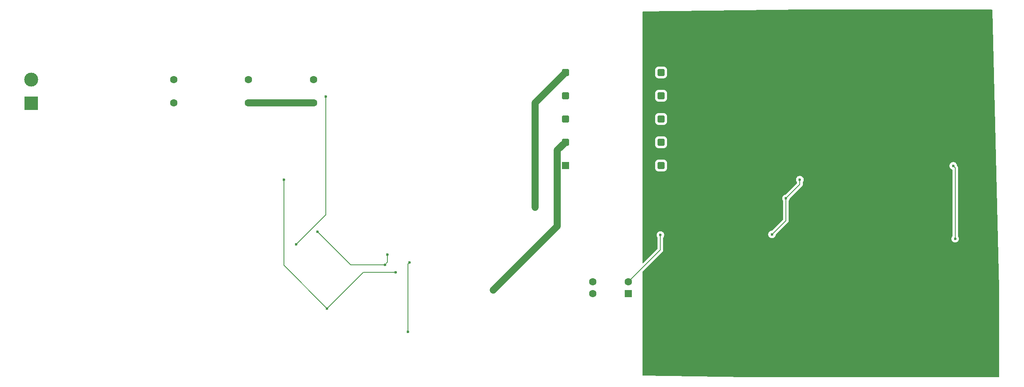
<source format=gbr>
%TF.GenerationSoftware,KiCad,Pcbnew,9.0.1*%
%TF.CreationDate,2025-04-24T14:38:40+02:00*%
%TF.ProjectId,flyback,666c7962-6163-46b2-9e6b-696361645f70,rev?*%
%TF.SameCoordinates,Original*%
%TF.FileFunction,Copper,L2,Bot*%
%TF.FilePolarity,Positive*%
%FSLAX46Y46*%
G04 Gerber Fmt 4.6, Leading zero omitted, Abs format (unit mm)*
G04 Created by KiCad (PCBNEW 9.0.1) date 2025-04-24 14:38:41*
%MOMM*%
%LPD*%
G01*
G04 APERTURE LIST*
G04 Aperture macros list*
%AMRoundRect*
0 Rectangle with rounded corners*
0 $1 Rounding radius*
0 $2 $3 $4 $5 $6 $7 $8 $9 X,Y pos of 4 corners*
0 Add a 4 corners polygon primitive as box body*
4,1,4,$2,$3,$4,$5,$6,$7,$8,$9,$2,$3,0*
0 Add four circle primitives for the rounded corners*
1,1,$1+$1,$2,$3*
1,1,$1+$1,$4,$5*
1,1,$1+$1,$6,$7*
1,1,$1+$1,$8,$9*
0 Add four rect primitives between the rounded corners*
20,1,$1+$1,$2,$3,$4,$5,0*
20,1,$1+$1,$4,$5,$6,$7,0*
20,1,$1+$1,$6,$7,$8,$9,0*
20,1,$1+$1,$8,$9,$2,$3,0*%
G04 Aperture macros list end*
%TA.AperFunction,ComponentPad*%
%ADD10C,1.600000*%
%TD*%
%TA.AperFunction,ComponentPad*%
%ADD11RoundRect,0.250000X0.550000X0.550000X-0.550000X0.550000X-0.550000X-0.550000X0.550000X-0.550000X0*%
%TD*%
%TA.AperFunction,ComponentPad*%
%ADD12RoundRect,0.225000X-0.525000X-0.525000X0.525000X-0.525000X0.525000X0.525000X-0.525000X0.525000X0*%
%TD*%
%TA.AperFunction,ComponentPad*%
%ADD13R,1.500000X1.500000*%
%TD*%
%TA.AperFunction,ComponentPad*%
%ADD14R,3.000000X3.000000*%
%TD*%
%TA.AperFunction,ComponentPad*%
%ADD15C,3.000000*%
%TD*%
%TA.AperFunction,ViaPad*%
%ADD16C,0.600000*%
%TD*%
%TA.AperFunction,Conductor*%
%ADD17C,1.500000*%
%TD*%
%TA.AperFunction,Conductor*%
%ADD18C,0.200000*%
%TD*%
G04 APERTURE END LIST*
D10*
%TO.P,U2,4*%
%TO.N,VREF*%
X159880000Y-104540000D03*
%TO.P,U2,3*%
%TO.N,VSENSE*%
X159880000Y-102000000D03*
%TO.P,U2,2*%
%TO.N,Net-(D3-A)*%
X167500000Y-102000000D03*
D11*
%TO.P,U2,1*%
%TO.N,Net-(R11-Pad1)*%
X167500000Y-104540000D03*
%TD*%
D12*
%TO.P,U4,10,pri_d*%
%TO.N,SW*%
X154000000Y-57000000D03*
%TO.P,U4,9,9*%
%TO.N,unconnected-(U4-Pad9)*%
X154000000Y-62000000D03*
%TO.P,U4,8,pri*%
%TO.N,VBULK*%
X154000000Y-67000000D03*
%TO.P,U4,7,aux_d*%
%TO.N,Vaux*%
X154000000Y-72000000D03*
D13*
%TO.P,U4,6,aux*%
%TO.N,GND*%
X154000000Y-77000000D03*
D12*
%TO.P,U4,5,5*%
%TO.N,unconnected-(U4-Pad5)*%
X174500000Y-77000000D03*
%TO.P,U4,4,sec*%
%TO.N,GNDS*%
X174500000Y-72000000D03*
%TO.P,U4,3,3*%
%TO.N,unconnected-(U4-Pad3)*%
X174500000Y-67000000D03*
%TO.P,U4,2,sec_d*%
%TO.N,Net-(D4-A)*%
X174500000Y-62000000D03*
%TO.P,U4,1,1*%
%TO.N,unconnected-(U4-Pad1)*%
X174500000Y-57000000D03*
%TD*%
D14*
%TO.P,J1,1,Pin_1*%
%TO.N,/Vline*%
X39500000Y-63580000D03*
D15*
%TO.P,J1,2,Pin_2*%
%TO.N,Net-(J1-Pin_2)*%
X39500000Y-58500000D03*
%TD*%
D10*
%TO.P,C8,1*%
%TO.N,VBULK*%
X100000000Y-63500000D03*
%TO.P,C8,2*%
%TO.N,GND*%
X100000000Y-58500000D03*
%TD*%
%TO.P,C7,1*%
%TO.N,VBULK*%
X86000000Y-63500000D03*
%TO.P,C7,2*%
%TO.N,GND*%
X86000000Y-58500000D03*
%TD*%
%TO.P,C6,1*%
%TO.N,VBULK*%
X70000000Y-63500000D03*
%TO.P,C6,2*%
%TO.N,GND*%
X70000000Y-58500000D03*
%TD*%
D16*
%TO.N,Vaux*%
X138495000Y-103792400D03*
%TO.N,SW*%
X147462600Y-85970000D03*
%TO.N,Net-(D3-A)*%
X174365400Y-91910800D03*
X198279000Y-91800000D03*
X201268200Y-84048400D03*
X204257400Y-80029200D03*
%TO.N,VSENSE*%
X120559800Y-97851600D03*
X120250900Y-112703600D03*
%TO.N,VREF*%
X117570600Y-99920900D03*
X102916900Y-107689500D03*
X93657000Y-80029200D03*
%TO.N,Net-(Q1-G)*%
X96263800Y-93965900D03*
X102639900Y-62191500D03*
%TO.N,Net-(U3-REF)*%
X237553100Y-92723500D03*
X237138600Y-77058800D03*
%TO.N,VCC*%
X115296200Y-98324900D03*
X115840400Y-96121300D03*
X100877100Y-91250400D03*
%TO.N,VOUT*%
X234497500Y-56266000D03*
X191965100Y-53295600D03*
X197664400Y-95571000D03*
X236334000Y-91164700D03*
X222994100Y-56266000D03*
X221623000Y-86010800D03*
X206475500Y-56266000D03*
X226172500Y-82184100D03*
%TD*%
D17*
%TO.N,Vaux*%
X152277000Y-90010400D02*
X138495000Y-103792400D01*
X152277000Y-73723000D02*
X152277000Y-90010400D01*
X154000000Y-72000000D02*
X152277000Y-73723000D01*
%TO.N,SW*%
X147462600Y-63537400D02*
X154000000Y-57000000D01*
X147462600Y-85970000D02*
X147462600Y-63537400D01*
D18*
%TO.N,Net-(D3-A)*%
X174365400Y-95134600D02*
X174365400Y-91910800D01*
X167500000Y-102000000D02*
X174365400Y-95134600D01*
X201268200Y-88810800D02*
X201268200Y-84048400D01*
X198279000Y-91800000D02*
X201268200Y-88810800D01*
X204257400Y-81059200D02*
X204257400Y-80029200D01*
X201268200Y-84048400D02*
X204257400Y-81059200D01*
D17*
%TO.N,VBULK*%
X100000000Y-63500000D02*
X86000000Y-63500000D01*
D18*
%TO.N,VSENSE*%
X120250900Y-98160500D02*
X120250900Y-112703600D01*
X120559800Y-97851600D02*
X120250900Y-98160500D01*
%TO.N,VREF*%
X110685500Y-99920900D02*
X102916900Y-107689500D01*
X117570600Y-99920900D02*
X110685500Y-99920900D01*
X93657000Y-98429600D02*
X93657000Y-80029200D01*
X102916900Y-107689500D02*
X93657000Y-98429600D01*
%TO.N,Net-(Q1-G)*%
X102639900Y-87589800D02*
X102639900Y-62191500D01*
X96263800Y-93965900D02*
X102639900Y-87589800D01*
%TO.N,Net-(U3-REF)*%
X237553100Y-77473300D02*
X237138600Y-77058800D01*
X237553100Y-92723500D02*
X237553100Y-77473300D01*
%TO.N,VCC*%
X115840400Y-97780700D02*
X115840400Y-96121300D01*
X115296200Y-98324900D02*
X115840400Y-97780700D01*
X107951600Y-98324900D02*
X115296200Y-98324900D01*
X100877100Y-91250400D02*
X107951600Y-98324900D01*
%TD*%
%TA.AperFunction,Conductor*%
%TO.N,VOUT*%
G36*
X245458516Y-43520185D02*
G01*
X245504271Y-43572989D01*
X245515439Y-43621420D01*
X246999462Y-103353376D01*
X246999500Y-103356414D01*
X246999500Y-122375500D01*
X246979815Y-122442539D01*
X246927011Y-122488294D01*
X246875500Y-122499500D01*
X192807097Y-122499500D01*
X192804829Y-122499479D01*
X170621732Y-122093690D01*
X170555064Y-122072783D01*
X170510282Y-122019151D01*
X170500000Y-121969711D01*
X170500000Y-99900596D01*
X170519685Y-99833557D01*
X170536316Y-99812918D01*
X174845920Y-95503316D01*
X174924977Y-95366385D01*
X174965901Y-95213657D01*
X174965901Y-95055542D01*
X174965901Y-95047947D01*
X174965900Y-95047929D01*
X174965900Y-92490565D01*
X174985585Y-92423526D01*
X174986798Y-92421674D01*
X175074790Y-92289985D01*
X175074790Y-92289984D01*
X175074794Y-92289979D01*
X175135137Y-92144297D01*
X175165900Y-91989642D01*
X175165900Y-91831958D01*
X175165900Y-91831955D01*
X175147461Y-91739258D01*
X175147461Y-91739257D01*
X175143860Y-91721153D01*
X197478500Y-91721153D01*
X197478500Y-91878846D01*
X197509261Y-92033489D01*
X197509264Y-92033501D01*
X197569602Y-92179172D01*
X197569609Y-92179185D01*
X197657210Y-92310288D01*
X197657213Y-92310292D01*
X197768707Y-92421786D01*
X197768711Y-92421789D01*
X197899814Y-92509390D01*
X197899827Y-92509397D01*
X198045498Y-92569735D01*
X198045503Y-92569737D01*
X198200153Y-92600499D01*
X198200156Y-92600500D01*
X198200158Y-92600500D01*
X198357844Y-92600500D01*
X198357845Y-92600499D01*
X198512497Y-92569737D01*
X198658179Y-92509394D01*
X198789289Y-92421789D01*
X198900789Y-92310289D01*
X198988394Y-92179179D01*
X199048737Y-92033497D01*
X199068113Y-91936085D01*
X199079638Y-91878150D01*
X199112023Y-91816239D01*
X199113519Y-91814715D01*
X201636913Y-89291321D01*
X201636916Y-89291320D01*
X201748720Y-89179516D01*
X201798839Y-89092704D01*
X201827777Y-89042585D01*
X201868700Y-88889857D01*
X201868700Y-88731743D01*
X201868700Y-84628165D01*
X201888385Y-84561126D01*
X201889598Y-84559274D01*
X201977590Y-84427585D01*
X201977590Y-84427584D01*
X201977594Y-84427579D01*
X202037937Y-84281897D01*
X202057313Y-84184485D01*
X202068838Y-84126550D01*
X202101223Y-84064639D01*
X202102719Y-84063115D01*
X204626113Y-81539721D01*
X204626116Y-81539720D01*
X204737920Y-81427916D01*
X204788039Y-81341104D01*
X204816977Y-81290985D01*
X204857900Y-81138257D01*
X204857900Y-80980143D01*
X204857900Y-80608965D01*
X204877585Y-80541926D01*
X204878798Y-80540074D01*
X204966790Y-80408385D01*
X204966790Y-80408384D01*
X204966794Y-80408379D01*
X205027137Y-80262697D01*
X205057900Y-80108042D01*
X205057900Y-79950358D01*
X205057900Y-79950355D01*
X205057899Y-79950353D01*
X205027138Y-79795710D01*
X205027137Y-79795703D01*
X205027135Y-79795698D01*
X204966797Y-79650027D01*
X204966790Y-79650014D01*
X204879189Y-79518911D01*
X204879186Y-79518907D01*
X204767692Y-79407413D01*
X204767688Y-79407410D01*
X204636585Y-79319809D01*
X204636572Y-79319802D01*
X204490901Y-79259464D01*
X204490889Y-79259461D01*
X204336245Y-79228700D01*
X204336242Y-79228700D01*
X204178558Y-79228700D01*
X204178555Y-79228700D01*
X204023910Y-79259461D01*
X204023898Y-79259464D01*
X203878227Y-79319802D01*
X203878214Y-79319809D01*
X203747111Y-79407410D01*
X203747107Y-79407413D01*
X203635613Y-79518907D01*
X203635610Y-79518911D01*
X203548009Y-79650014D01*
X203548002Y-79650027D01*
X203487664Y-79795698D01*
X203487661Y-79795710D01*
X203456900Y-79950353D01*
X203456900Y-80108046D01*
X203487661Y-80262689D01*
X203487664Y-80262701D01*
X203548002Y-80408372D01*
X203548009Y-80408385D01*
X203636002Y-80540074D01*
X203641652Y-80558120D01*
X203651877Y-80574030D01*
X203656328Y-80604989D01*
X203656880Y-80606751D01*
X203656900Y-80608965D01*
X203656900Y-80759103D01*
X203637215Y-80826142D01*
X203620581Y-80846784D01*
X201253539Y-83213825D01*
X201192216Y-83247310D01*
X201190050Y-83247761D01*
X201034708Y-83278661D01*
X201034698Y-83278664D01*
X200889027Y-83339002D01*
X200889014Y-83339009D01*
X200757911Y-83426610D01*
X200757907Y-83426613D01*
X200646413Y-83538107D01*
X200646410Y-83538111D01*
X200558809Y-83669214D01*
X200558802Y-83669227D01*
X200498464Y-83814898D01*
X200498461Y-83814910D01*
X200467700Y-83969553D01*
X200467700Y-84127246D01*
X200498461Y-84281889D01*
X200498464Y-84281901D01*
X200558802Y-84427572D01*
X200558809Y-84427585D01*
X200646802Y-84559274D01*
X200667680Y-84625951D01*
X200667700Y-84628165D01*
X200667700Y-88510703D01*
X200648015Y-88577742D01*
X200631381Y-88598384D01*
X198264339Y-90965425D01*
X198203016Y-90998910D01*
X198200850Y-90999361D01*
X198045508Y-91030261D01*
X198045498Y-91030264D01*
X197899827Y-91090602D01*
X197899814Y-91090609D01*
X197768711Y-91178210D01*
X197768707Y-91178213D01*
X197657213Y-91289707D01*
X197657210Y-91289711D01*
X197569609Y-91420814D01*
X197569602Y-91420827D01*
X197509264Y-91566498D01*
X197509261Y-91566510D01*
X197478500Y-91721153D01*
X175143860Y-91721153D01*
X175135138Y-91677310D01*
X175135137Y-91677303D01*
X175135135Y-91677298D01*
X175074797Y-91531627D01*
X175074790Y-91531614D01*
X174987189Y-91400511D01*
X174987186Y-91400507D01*
X174875692Y-91289013D01*
X174875688Y-91289010D01*
X174744585Y-91201409D01*
X174744572Y-91201402D01*
X174598901Y-91141064D01*
X174598889Y-91141061D01*
X174444245Y-91110300D01*
X174444242Y-91110300D01*
X174286558Y-91110300D01*
X174286555Y-91110300D01*
X174131910Y-91141061D01*
X174131898Y-91141064D01*
X173986227Y-91201402D01*
X173986214Y-91201409D01*
X173855111Y-91289010D01*
X173855107Y-91289013D01*
X173743613Y-91400507D01*
X173743610Y-91400511D01*
X173656009Y-91531614D01*
X173656002Y-91531627D01*
X173595664Y-91677298D01*
X173595661Y-91677310D01*
X173564900Y-91831953D01*
X173564900Y-91989646D01*
X173595661Y-92144289D01*
X173595664Y-92144301D01*
X173656002Y-92289972D01*
X173656009Y-92289985D01*
X173744002Y-92421674D01*
X173764880Y-92488351D01*
X173764900Y-92490565D01*
X173764900Y-94834502D01*
X173745215Y-94901541D01*
X173728581Y-94922183D01*
X170711681Y-97939083D01*
X170650358Y-97972568D01*
X170580666Y-97967584D01*
X170524733Y-97925712D01*
X170500316Y-97860248D01*
X170500000Y-97851402D01*
X170500000Y-76426647D01*
X173249500Y-76426647D01*
X173249500Y-77573337D01*
X173249501Y-77573355D01*
X173259650Y-77672707D01*
X173259651Y-77672710D01*
X173312996Y-77833694D01*
X173313001Y-77833705D01*
X173402029Y-77978040D01*
X173402032Y-77978044D01*
X173521955Y-78097967D01*
X173521959Y-78097970D01*
X173666294Y-78186998D01*
X173666297Y-78186999D01*
X173666303Y-78187003D01*
X173827292Y-78240349D01*
X173926655Y-78250500D01*
X175073344Y-78250499D01*
X175073352Y-78250498D01*
X175073355Y-78250498D01*
X175127760Y-78244940D01*
X175172708Y-78240349D01*
X175333697Y-78187003D01*
X175478044Y-78097968D01*
X175597968Y-77978044D01*
X175687003Y-77833697D01*
X175740349Y-77672708D01*
X175750500Y-77573345D01*
X175750499Y-76979953D01*
X236338100Y-76979953D01*
X236338100Y-77137646D01*
X236368861Y-77292289D01*
X236368864Y-77292301D01*
X236429202Y-77437972D01*
X236429209Y-77437985D01*
X236516810Y-77569088D01*
X236516813Y-77569092D01*
X236628307Y-77680586D01*
X236628311Y-77680589D01*
X236759414Y-77768190D01*
X236759427Y-77768197D01*
X236876052Y-77816504D01*
X236930456Y-77860344D01*
X236952521Y-77926639D01*
X236952600Y-77931065D01*
X236952600Y-92143734D01*
X236932915Y-92210773D01*
X236931702Y-92212625D01*
X236843709Y-92344314D01*
X236843702Y-92344327D01*
X236783364Y-92489998D01*
X236783361Y-92490010D01*
X236752600Y-92644653D01*
X236752600Y-92802346D01*
X236783361Y-92956989D01*
X236783364Y-92957001D01*
X236843702Y-93102672D01*
X236843709Y-93102685D01*
X236931310Y-93233788D01*
X236931313Y-93233792D01*
X237042807Y-93345286D01*
X237042811Y-93345289D01*
X237173914Y-93432890D01*
X237173927Y-93432897D01*
X237319598Y-93493235D01*
X237319603Y-93493237D01*
X237474253Y-93523999D01*
X237474256Y-93524000D01*
X237474258Y-93524000D01*
X237631944Y-93524000D01*
X237631945Y-93523999D01*
X237786597Y-93493237D01*
X237932279Y-93432894D01*
X238063389Y-93345289D01*
X238174889Y-93233789D01*
X238262494Y-93102679D01*
X238322837Y-92956997D01*
X238353600Y-92802342D01*
X238353600Y-92644658D01*
X238353600Y-92644655D01*
X238353599Y-92644653D01*
X238338697Y-92569735D01*
X238322837Y-92490003D01*
X238294581Y-92421786D01*
X238262497Y-92344327D01*
X238262490Y-92344314D01*
X238174498Y-92212625D01*
X238153620Y-92145947D01*
X238153600Y-92143734D01*
X238153600Y-77562360D01*
X238153601Y-77562347D01*
X238153601Y-77394244D01*
X238126284Y-77292297D01*
X238112677Y-77241516D01*
X238112673Y-77241509D01*
X238033624Y-77104590D01*
X238033618Y-77104582D01*
X237973173Y-77044137D01*
X237939688Y-76982814D01*
X237939237Y-76980647D01*
X237908338Y-76825310D01*
X237908337Y-76825303D01*
X237908335Y-76825298D01*
X237847997Y-76679627D01*
X237847990Y-76679614D01*
X237760389Y-76548511D01*
X237760386Y-76548507D01*
X237648892Y-76437013D01*
X237648888Y-76437010D01*
X237517785Y-76349409D01*
X237517772Y-76349402D01*
X237372101Y-76289064D01*
X237372089Y-76289061D01*
X237217445Y-76258300D01*
X237217442Y-76258300D01*
X237059758Y-76258300D01*
X237059755Y-76258300D01*
X236905110Y-76289061D01*
X236905098Y-76289064D01*
X236759427Y-76349402D01*
X236759414Y-76349409D01*
X236628311Y-76437010D01*
X236628307Y-76437013D01*
X236516813Y-76548507D01*
X236516810Y-76548511D01*
X236429209Y-76679614D01*
X236429202Y-76679627D01*
X236368864Y-76825298D01*
X236368861Y-76825310D01*
X236338100Y-76979953D01*
X175750499Y-76979953D01*
X175750499Y-76426656D01*
X175740349Y-76327292D01*
X175687003Y-76166303D01*
X175686999Y-76166297D01*
X175686998Y-76166294D01*
X175597970Y-76021959D01*
X175597967Y-76021955D01*
X175478044Y-75902032D01*
X175478040Y-75902029D01*
X175333705Y-75813001D01*
X175333699Y-75812998D01*
X175333697Y-75812997D01*
X175333694Y-75812996D01*
X175172709Y-75759651D01*
X175073346Y-75749500D01*
X173926662Y-75749500D01*
X173926644Y-75749501D01*
X173827292Y-75759650D01*
X173827289Y-75759651D01*
X173666305Y-75812996D01*
X173666294Y-75813001D01*
X173521959Y-75902029D01*
X173521955Y-75902032D01*
X173402032Y-76021955D01*
X173402029Y-76021959D01*
X173313001Y-76166294D01*
X173312996Y-76166305D01*
X173259651Y-76327290D01*
X173249500Y-76426647D01*
X170500000Y-76426647D01*
X170500000Y-71426647D01*
X173249500Y-71426647D01*
X173249500Y-72573337D01*
X173249501Y-72573355D01*
X173259650Y-72672707D01*
X173259651Y-72672710D01*
X173312996Y-72833694D01*
X173313001Y-72833705D01*
X173402029Y-72978040D01*
X173402032Y-72978044D01*
X173521955Y-73097967D01*
X173521959Y-73097970D01*
X173666294Y-73186998D01*
X173666297Y-73186999D01*
X173666303Y-73187003D01*
X173827292Y-73240349D01*
X173926655Y-73250500D01*
X175073344Y-73250499D01*
X175073352Y-73250498D01*
X175073355Y-73250498D01*
X175127760Y-73244940D01*
X175172708Y-73240349D01*
X175333697Y-73187003D01*
X175478044Y-73097968D01*
X175597968Y-72978044D01*
X175687003Y-72833697D01*
X175740349Y-72672708D01*
X175750500Y-72573345D01*
X175750499Y-71426656D01*
X175740349Y-71327292D01*
X175687003Y-71166303D01*
X175686999Y-71166297D01*
X175686998Y-71166294D01*
X175597970Y-71021959D01*
X175597967Y-71021955D01*
X175478044Y-70902032D01*
X175478040Y-70902029D01*
X175333705Y-70813001D01*
X175333699Y-70812998D01*
X175333697Y-70812997D01*
X175333694Y-70812996D01*
X175172709Y-70759651D01*
X175073346Y-70749500D01*
X173926662Y-70749500D01*
X173926644Y-70749501D01*
X173827292Y-70759650D01*
X173827289Y-70759651D01*
X173666305Y-70812996D01*
X173666294Y-70813001D01*
X173521959Y-70902029D01*
X173521955Y-70902032D01*
X173402032Y-71021955D01*
X173402029Y-71021959D01*
X173313001Y-71166294D01*
X173312996Y-71166305D01*
X173259651Y-71327290D01*
X173249500Y-71426647D01*
X170500000Y-71426647D01*
X170500000Y-66426647D01*
X173249500Y-66426647D01*
X173249500Y-67573337D01*
X173249501Y-67573355D01*
X173259650Y-67672707D01*
X173259651Y-67672710D01*
X173312996Y-67833694D01*
X173313001Y-67833705D01*
X173402029Y-67978040D01*
X173402032Y-67978044D01*
X173521955Y-68097967D01*
X173521959Y-68097970D01*
X173666294Y-68186998D01*
X173666297Y-68186999D01*
X173666303Y-68187003D01*
X173827292Y-68240349D01*
X173926655Y-68250500D01*
X175073344Y-68250499D01*
X175073352Y-68250498D01*
X175073355Y-68250498D01*
X175127760Y-68244940D01*
X175172708Y-68240349D01*
X175333697Y-68187003D01*
X175478044Y-68097968D01*
X175597968Y-67978044D01*
X175687003Y-67833697D01*
X175740349Y-67672708D01*
X175750500Y-67573345D01*
X175750499Y-66426656D01*
X175740349Y-66327292D01*
X175687003Y-66166303D01*
X175686999Y-66166297D01*
X175686998Y-66166294D01*
X175597970Y-66021959D01*
X175597967Y-66021955D01*
X175478044Y-65902032D01*
X175478040Y-65902029D01*
X175333705Y-65813001D01*
X175333699Y-65812998D01*
X175333697Y-65812997D01*
X175333694Y-65812996D01*
X175172709Y-65759651D01*
X175073346Y-65749500D01*
X173926662Y-65749500D01*
X173926644Y-65749501D01*
X173827292Y-65759650D01*
X173827289Y-65759651D01*
X173666305Y-65812996D01*
X173666294Y-65813001D01*
X173521959Y-65902029D01*
X173521955Y-65902032D01*
X173402032Y-66021955D01*
X173402029Y-66021959D01*
X173313001Y-66166294D01*
X173312996Y-66166305D01*
X173259651Y-66327290D01*
X173249500Y-66426647D01*
X170500000Y-66426647D01*
X170500000Y-61426647D01*
X173249500Y-61426647D01*
X173249500Y-62573337D01*
X173249501Y-62573355D01*
X173259650Y-62672707D01*
X173259651Y-62672710D01*
X173312996Y-62833694D01*
X173313001Y-62833705D01*
X173402029Y-62978040D01*
X173402032Y-62978044D01*
X173521955Y-63097967D01*
X173521959Y-63097970D01*
X173666294Y-63186998D01*
X173666297Y-63186999D01*
X173666303Y-63187003D01*
X173827292Y-63240349D01*
X173926655Y-63250500D01*
X175073344Y-63250499D01*
X175073352Y-63250498D01*
X175073355Y-63250498D01*
X175127760Y-63244940D01*
X175172708Y-63240349D01*
X175333697Y-63187003D01*
X175478044Y-63097968D01*
X175597968Y-62978044D01*
X175687003Y-62833697D01*
X175740349Y-62672708D01*
X175750500Y-62573345D01*
X175750499Y-61426656D01*
X175740349Y-61327292D01*
X175687003Y-61166303D01*
X175686999Y-61166297D01*
X175686998Y-61166294D01*
X175597970Y-61021959D01*
X175597967Y-61021955D01*
X175478044Y-60902032D01*
X175478040Y-60902029D01*
X175333705Y-60813001D01*
X175333699Y-60812998D01*
X175333697Y-60812997D01*
X175333694Y-60812996D01*
X175172709Y-60759651D01*
X175073346Y-60749500D01*
X173926662Y-60749500D01*
X173926644Y-60749501D01*
X173827292Y-60759650D01*
X173827289Y-60759651D01*
X173666305Y-60812996D01*
X173666294Y-60813001D01*
X173521959Y-60902029D01*
X173521955Y-60902032D01*
X173402032Y-61021955D01*
X173402029Y-61021959D01*
X173313001Y-61166294D01*
X173312996Y-61166305D01*
X173259651Y-61327290D01*
X173249500Y-61426647D01*
X170500000Y-61426647D01*
X170500000Y-56426647D01*
X173249500Y-56426647D01*
X173249500Y-57573337D01*
X173249501Y-57573355D01*
X173259650Y-57672707D01*
X173259651Y-57672710D01*
X173312996Y-57833694D01*
X173313001Y-57833705D01*
X173402029Y-57978040D01*
X173402032Y-57978044D01*
X173521955Y-58097967D01*
X173521959Y-58097970D01*
X173666294Y-58186998D01*
X173666297Y-58186999D01*
X173666303Y-58187003D01*
X173827292Y-58240349D01*
X173926655Y-58250500D01*
X175073344Y-58250499D01*
X175073352Y-58250498D01*
X175073355Y-58250498D01*
X175127760Y-58244940D01*
X175172708Y-58240349D01*
X175333697Y-58187003D01*
X175478044Y-58097968D01*
X175597968Y-57978044D01*
X175687003Y-57833697D01*
X175740349Y-57672708D01*
X175750500Y-57573345D01*
X175750499Y-56426656D01*
X175740349Y-56327292D01*
X175687003Y-56166303D01*
X175686999Y-56166297D01*
X175686998Y-56166294D01*
X175597970Y-56021959D01*
X175597967Y-56021955D01*
X175478044Y-55902032D01*
X175478040Y-55902029D01*
X175333705Y-55813001D01*
X175333699Y-55812998D01*
X175333697Y-55812997D01*
X175333694Y-55812996D01*
X175172709Y-55759651D01*
X175073346Y-55749500D01*
X173926662Y-55749500D01*
X173926644Y-55749501D01*
X173827292Y-55759650D01*
X173827289Y-55759651D01*
X173666305Y-55812996D01*
X173666294Y-55813001D01*
X173521959Y-55902029D01*
X173521955Y-55902032D01*
X173402032Y-56021955D01*
X173402029Y-56021959D01*
X173313001Y-56166294D01*
X173312996Y-56166305D01*
X173259651Y-56327290D01*
X173249500Y-56426647D01*
X170500000Y-56426647D01*
X170500000Y-44054145D01*
X170519685Y-43987106D01*
X170572489Y-43941351D01*
X170622456Y-43930155D01*
X205208945Y-43500510D01*
X205210485Y-43500500D01*
X245391477Y-43500500D01*
X245458516Y-43520185D01*
G37*
%TD.AperFunction*%
%TD*%
M02*

</source>
